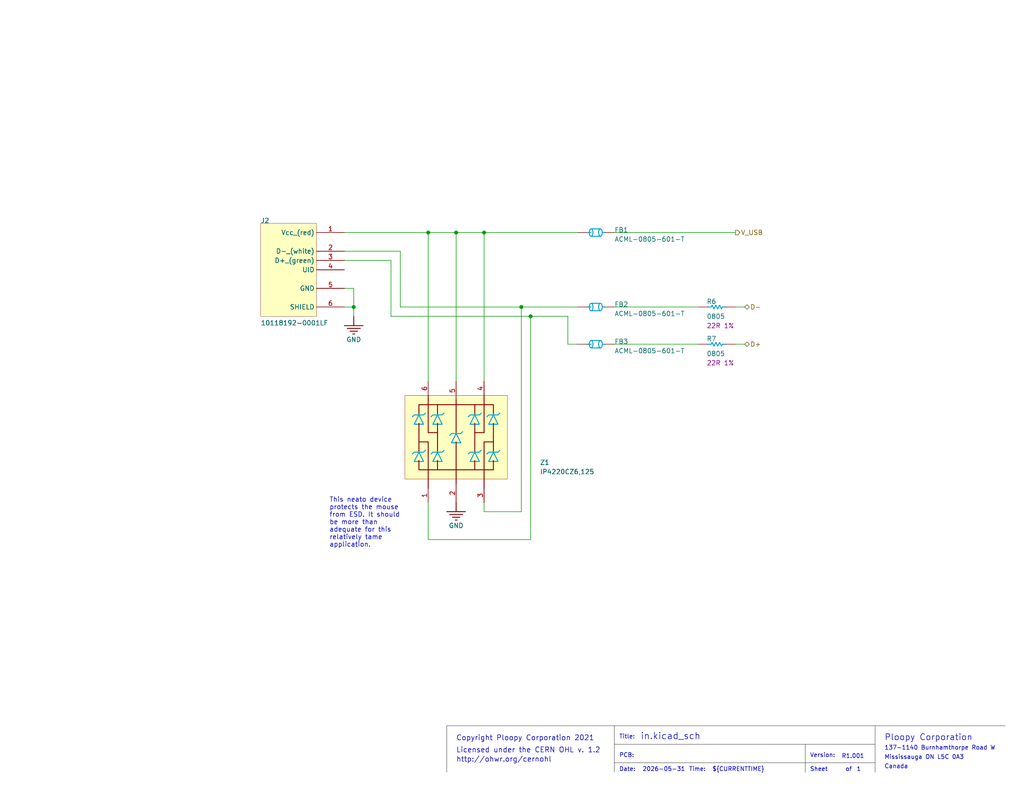
<source format=kicad_sch>
(kicad_sch (version 20231120) (generator "eeschema") (generator_version "8.0")
  (paper "USLetter")
  (title_block (rev "R1.001") (company "Ploopy Corporation"))
  (lib_symbols
    (symbol "MiniBall-altium-import:GND_POWER_GROUND" (power)
      (property "Reference" "#PWR" (at 0 0 0))
      (property "Value" "GND" (at 0 6.35 0))
      (symbol "GND_POWER_GROUND_0_0"
        (polyline (pts (xy -2.54 -2.54) (xy 2.54 -2.54)) (stroke (width 0.254)))
        (polyline (pts (xy -1.778 -3.302) (xy 1.778 -3.302)) (stroke (width 0.254)))
        (polyline (pts (xy -1.016 -4.064) (xy 1.016 -4.064)) (stroke (width 0.254)))
        (polyline (pts (xy -0.254 -4.826) (xy 0.254 -4.826)) (stroke (width 0.254)))
        (polyline (pts (xy 0 0) (xy 0 -2.54)) (stroke (width 0.254)))
        (pin power_in line (at 0 0 0) (length 0) hide (name "GND") (number ""))
      )
    )
    (symbol "MiniBall-altium-import:USB_0_ACML-0805-601-T"
      (symbol "USB_0_ACML-0805-601-T_1_0"
        (polyline (pts (xy 0 -2.54) (xy 1.27 -2.54)) (stroke (width 0.254) (color 0 156 202 1)))
        (polyline (pts (xy 1.27 -1.524) (xy 3.81 -1.524)) (stroke (width 0.254) (color 0 156 202 1)))
        (polyline (pts (xy 3.81 -3.556) (xy 1.27 -3.556)) (stroke (width 0.254) (color 0 156 202 1)))
        (polyline (pts (xy 4.318 -2.54) (xy 5.08 -2.54)) (stroke (width 0.254) (color 0 156 202 1)))
        (bezier (pts (xy 0.762 -2.54) (xy 0.762 -3.1012) (xy 0.9894 -3.556) (xy 1.27 -3.556)) (stroke (width 0.254) (color 0 156 202 1)))
        (bezier (pts (xy 1.27 -3.556) (xy 1.5505 -3.556) (xy 1.778 -3.1012) (xy 1.778 -2.54)) (stroke (width 0.254) (color 0 156 202 1)))
        (bezier (pts (xy 1.27 -1.524) (xy 0.9894 -1.524) (xy 0.762 -1.9789) (xy 0.762 -2.54)) (stroke (width 0.254) (color 0 156 202 1)))
        (bezier (pts (xy 1.778 -2.54) (xy 1.778 -1.9789) (xy 1.5505 -1.524) (xy 1.27 -1.524)) (stroke (width 0.254) (color 0 156 202 1)))
        (bezier (pts (xy 3.302 -2.54) (xy 3.302 -3.1012) (xy 3.5294 -3.556) (xy 3.81 -3.556)) (stroke (width 0.254) (color 0 156 202 1)))
        (bezier (pts (xy 3.81 -3.556) (xy 4.0905 -3.556) (xy 4.318 -3.1012) (xy 4.318 -2.54)) (stroke (width 0.254) (color 0 156 202 1)))
        (bezier (pts (xy 3.81 -1.524) (xy 3.5294 -1.524) (xy 3.302 -1.9789) (xy 3.302 -2.54)) (stroke (width 0.254) (color 0 156 202 1)))
        (bezier (pts (xy 4.318 -2.54) (xy 4.318 -1.9789) (xy 4.0905 -1.524) (xy 3.81 -1.524)) (stroke (width 0.254) (color 0 156 202 1)))
        (pin passive line (at -2.54 -2.54 0) (length 2.54) (name "1") (number "1"))
        (pin passive line (at 7.62 -2.54 180) (length 2.54) (name "2") (number "2"))
      )
    )
    (symbol "MiniBall-altium-import:USB_0_IP4220CZ6,125"
      (symbol "USB_0_IP4220CZ6,125_1_0"
        (polyline (pts (xy -11.43 -6.604) (xy -10.16 -4.064)) (stroke (width 0.254) (color 0 156 202 1)))
        (polyline (pts (xy -11.43 3.556) (xy -10.16 6.096)) (stroke (width 0.254) (color 0 156 202 1)))
        (polyline (pts (xy -10.16 3.81) (xy -10.16 -3.81)) (stroke (width 0.254)))
        (polyline (pts (xy -10.16 8.89) (xy -10.16 6.35)) (stroke (width 0.254)))
        (polyline (pts (xy -10.16 8.89) (xy 10.16 8.89)) (stroke (width 0.254)))
        (polyline (pts (xy -6.35 -6.604) (xy -5.08 -4.064)) (stroke (width 0.254) (color 0 156 202 1)))
        (polyline (pts (xy -6.35 3.556) (xy -5.08 6.096)) (stroke (width 0.254) (color 0 156 202 1)))
        (polyline (pts (xy -5.08 -8.89) (xy -5.08 -6.35)) (stroke (width 0.254)))
        (polyline (pts (xy -5.08 -3.81) (xy -5.08 3.81)) (stroke (width 0.254)))
        (polyline (pts (xy -5.08 6.35) (xy -5.08 8.89)) (stroke (width 0.254)))
        (polyline (pts (xy -1.27 -1.524) (xy 0 1.016)) (stroke (width 0.254) (color 0 156 202 1)))
        (polyline (pts (xy 0 -12.7) (xy 0 -1.27)) (stroke (width 0.254)))
        (polyline (pts (xy 0 1.27) (xy 0 10.16)) (stroke (width 0.254)))
        (polyline (pts (xy 3.81 -6.604) (xy 5.08 -4.064)) (stroke (width 0.254) (color 0 156 202 1)))
        (polyline (pts (xy 3.81 3.556) (xy 5.08 6.096)) (stroke (width 0.254) (color 0 156 202 1)))
        (polyline (pts (xy 5.08 -6.35) (xy 5.08 -8.89)) (stroke (width 0.254)))
        (polyline (pts (xy 5.08 -3.81) (xy 5.08 3.81)) (stroke (width 0.254)))
        (polyline (pts (xy 5.08 6.35) (xy 5.08 8.89)) (stroke (width 0.254)))
        (polyline (pts (xy 7.62 1.27) (xy 5.08 1.27)) (stroke (width 0.254)))
        (polyline (pts (xy 7.62 11.43) (xy 7.62 1.27)) (stroke (width 0.254)))
        (polyline (pts (xy 8.89 -6.604) (xy 10.16 -4.064)) (stroke (width 0.254) (color 0 156 202 1)))
        (polyline (pts (xy 8.89 3.556) (xy 10.16 6.096)) (stroke (width 0.254) (color 0 156 202 1)))
        (polyline (pts (xy 10.16 -6.35) (xy 10.16 -8.89)) (stroke (width 0.254)))
        (polyline (pts (xy 10.16 3.81) (xy 10.16 -3.81)) (stroke (width 0.254)))
        (polyline (pts (xy 10.16 6.35) (xy 10.16 8.89)) (stroke (width 0.254)))
        (polyline (pts (xy -11.43 -6.604) (xy -8.89 -6.604) (xy -10.16 -4.064)) (stroke (width 0.254) (color 0 156 202 1)))
        (polyline (pts (xy -11.43 3.556) (xy -8.89 3.556) (xy -10.16 6.096)) (stroke (width 0.254) (color 0 156 202 1)))
        (polyline (pts (xy -10.16 -6.35) (xy -10.16 -8.89) (xy 10.16 -8.89)) (stroke (width 0.254)))
        (polyline (pts (xy -10.16 -1.27) (xy -7.62 -1.27) (xy -7.62 -13.97)) (stroke (width 0.254)))
        (polyline (pts (xy -7.62 11.43) (xy -7.62 1.27) (xy -5.08 1.27)) (stroke (width 0.254)))
        (polyline (pts (xy -6.35 -6.604) (xy -3.81 -6.604) (xy -5.08 -4.064)) (stroke (width 0.254) (color 0 156 202 1)))
        (polyline (pts (xy -6.35 3.556) (xy -3.81 3.556) (xy -5.08 6.096)) (stroke (width 0.254) (color 0 156 202 1)))
        (polyline (pts (xy -1.27 -1.524) (xy 1.27 -1.524) (xy 0 1.016)) (stroke (width 0.254) (color 0 156 202 1)))
        (polyline (pts (xy 3.81 -6.604) (xy 6.35 -6.604) (xy 5.08 -4.064)) (stroke (width 0.254) (color 0 156 202 1)))
        (polyline (pts (xy 3.81 3.556) (xy 6.35 3.556) (xy 5.08 6.096)) (stroke (width 0.254) (color 0 156 202 1)))
        (polyline (pts (xy 8.89 -6.604) (xy 11.43 -6.604) (xy 10.16 -4.064)) (stroke (width 0.254) (color 0 156 202 1)))
        (polyline (pts (xy 8.89 3.556) (xy 11.43 3.556) (xy 10.16 6.096)) (stroke (width 0.254) (color 0 156 202 1)))
        (polyline (pts (xy 10.16 -1.27) (xy 7.62 -1.27) (xy 7.62 -13.97)) (stroke (width 0.254)))
        (polyline (pts (xy -8.382 -3.556) (xy -8.89 -4.064) (xy -11.43 -4.064) (xy -11.938 -4.572)) (stroke (width 0.254) (color 0 156 202 1)))
        (polyline (pts (xy -8.382 6.604) (xy -8.89 6.096) (xy -11.43 6.096) (xy -11.938 5.588)) (stroke (width 0.254) (color 0 156 202 1)))
        (polyline (pts (xy -3.302 -3.556) (xy -3.81 -4.064) (xy -6.35 -4.064) (xy -6.858 -4.572)) (stroke (width 0.254) (color 0 156 202 1)))
        (polyline (pts (xy -3.302 6.604) (xy -3.81 6.096) (xy -6.35 6.096) (xy -6.858 5.588)) (stroke (width 0.254) (color 0 156 202 1)))
        (polyline (pts (xy 1.778 1.524) (xy 1.27 1.016) (xy -1.27 1.016) (xy -1.778 0.508)) (stroke (width 0.254) (color 0 156 202 1)))
        (polyline (pts (xy 6.858 -3.556) (xy 6.35 -4.064) (xy 3.81 -4.064) (xy 3.302 -4.572)) (stroke (width 0.254) (color 0 156 202 1)))
        (polyline (pts (xy 6.858 6.604) (xy 6.35 6.096) (xy 3.81 6.096) (xy 3.302 5.588)) (stroke (width 0.254) (color 0 156 202 1)))
        (polyline (pts (xy 11.938 -3.556) (xy 11.43 -4.064) (xy 8.89 -4.064) (xy 8.382 -4.572)) (stroke (width 0.254) (color 0 156 202 1)))
        (polyline (pts (xy 11.938 6.604) (xy 11.43 6.096) (xy 8.89 6.096) (xy 8.382 5.588)) (stroke (width 0.254) (color 0 156 202 1)))
        (rectangle (start 13.97 11.43) (end -13.97 -11.43) (stroke (width 0.0254) (color 128 0 0 1)) (fill (type background)))
        (pin passive line (at -7.62 -17.78 90) (length 3.81) (name "1") (number "1"))
        (pin passive line (at 0 -17.78 90) (length 5.08) (name "2") (number "2"))
        (pin passive line (at 7.62 -17.78 90) (length 3.81) (name "3") (number "3"))
        (pin passive line (at 7.62 15.24 270) (length 3.81) (name "4") (number "4"))
        (pin passive line (at 0 15.24 270) (length 5.08) (name "5") (number "5"))
        (pin passive line (at -7.62 15.24 270) (length 3.81) (name "6") (number "6"))
      )
    )
    (symbol "MiniBall-altium-import:USB_0_Res 22R 1% 0805"
      (symbol "USB_0_Res 22R 1% 0805_1_0"
        (polyline (pts (xy 0 -2.54) (xy 1.016 -2.54)) (stroke (width 0.254) (color 0 156 202 1)))
        (polyline (pts (xy 4.064 -2.54) (xy 5.08 -2.54)) (stroke (width 0.254) (color 0 156 202 1)))
        (polyline (pts (xy 1.016 -2.54) (xy 1.27 -2.032) (xy 1.778 -3.048) (xy 2.286 -2.032) (xy 2.794 -3.048) (xy 3.302 -2.032) (xy 3.81 -3.048) (xy 4.064 -2.54)) (stroke (width 0.254) (color 0 156 202 1)))
        (pin passive line (at -2.54 -2.54 0) (length 2.54) (name "1") (number "1"))
        (pin passive line (at 7.62 -2.54 180) (length 2.54) (name "2") (number "2"))
      )
    )
    (symbol "MiniBall-altium-import:USB_0_mirrored_10118192-0001LF"
      (symbol "USB_0_mirrored_10118192-0001LF_1_0"
        (rectangle (start 5.08 12.7) (end -10.16 -12.7) (stroke (width 0.0254) (color 128 0 0 1)) (fill (type background)))
        (pin passive line (at 12.7 10.16 180) (length 7.62) (name "Vcc_(red)") (number "1"))
        (pin passive line (at 12.7 5.08 180) (length 7.62) (name "D-_(white)") (number "2"))
        (pin passive line (at 12.7 2.54 180) (length 7.62) (name "D+_(green)") (number "3"))
        (pin passive line (at 12.7 0 180) (length 7.62) (name "UID") (number "4"))
        (pin passive line (at 12.7 -5.08 180) (length 7.62) (name "GND") (number "5"))
        (pin passive line (at 12.7 -10.16 180) (length 7.62) (name "SHIELD") (number "6"))
      )
    )
  )
  (junction (at 116.84 63.5))
  (junction (at 124.46 63.5))
  (junction (at 144.78 86.36))
  (junction (at 96.52 83.82))
  (junction (at 142.24 83.82))
  (junction (at 132.08 63.5))
  (wire (pts (xy 144.78 147.32) (xy 116.84 147.32)))
  (wire (pts (xy 142.24 83.82) (xy 142.24 139.7)))
  (wire (pts (xy 124.46 63.5) (xy 132.08 63.5)))
  (wire (pts (xy 144.78 86.36) (xy 154.94 86.36)))
  (wire (pts (xy 144.78 86.36) (xy 144.78 147.32)))
  (wire (pts (xy 200.66 93.98) (xy 203.2 93.98)))
  (wire (pts (xy 116.84 147.32) (xy 116.84 137.16)))
  (polyline (pts (xy 167.64 198.12) (xy 121.92 198.12)) (stroke (width 0.0254) (type solid) (color 0 0 0 1)))
  (wire (pts (xy 116.84 104.14) (xy 116.84 63.5)))
  (polyline (pts (xy 274.32 198.12) (xy 167.64 198.12)) (stroke (width 0.0254) (type solid) (color 0 0 0 1)))
  (wire (pts (xy 93.98 71.12) (xy 106.68 71.12)))
  (wire (pts (xy 167.64 93.98) (xy 190.5 93.98)))
  (polyline (pts (xy 167.64 208.28) (xy 238.76 208.28)) (stroke (width 0.0254) (type solid) (color 0 0 0 1)))
  (polyline (pts (xy 121.92 198.12) (xy 121.92 210.82)) (stroke (width 0.0254) (type solid) (color 0 0 0 1)))
  (wire (pts (xy 93.98 63.5) (xy 116.84 63.5)))
  (polyline (pts (xy 167.64 198.12) (xy 167.64 210.82)) (stroke (width 0.0254) (type solid) (color 0 0 0 1)))
  (polyline (pts (xy 167.64 203.2) (xy 238.76 203.2)) (stroke (width 0.0254) (type solid) (color 0 0 0 1)))
  (wire (pts (xy 116.84 63.5) (xy 124.46 63.5)))
  (wire (pts (xy 203.2 83.82) (xy 200.66 83.82)))
  (wire (pts (xy 142.24 139.7) (xy 132.08 139.7)))
  (wire (pts (xy 157.48 83.82) (xy 142.24 83.82)))
  (wire (pts (xy 109.22 68.58) (xy 93.98 68.58)))
  (wire (pts (xy 154.94 86.36) (xy 154.94 93.98)))
  (wire (pts (xy 167.64 63.5) (xy 200.66 63.5)))
  (wire (pts (xy 93.98 83.82) (xy 96.52 83.82)))
  (wire (pts (xy 132.08 139.7) (xy 132.08 137.16)))
  (wire (pts (xy 124.46 104.14) (xy 124.46 63.5)))
  (wire (pts (xy 96.52 78.74) (xy 96.52 83.82)))
  (wire (pts (xy 142.24 83.82) (xy 109.22 83.82)))
  (wire (pts (xy 167.64 83.82) (xy 190.5 83.82)))
  (wire (pts (xy 106.68 86.36) (xy 144.78 86.36)))
  (wire (pts (xy 132.08 104.14) (xy 132.08 63.5)))
  (wire (pts (xy 106.68 71.12) (xy 106.68 86.36)))
  (wire (pts (xy 96.52 83.82) (xy 96.52 86.36)))
  (polyline (pts (xy 219.71 203.2) (xy 219.71 210.82)) (stroke (width 0.0254) (type solid) (color 0 0 0 1)))
  (wire (pts (xy 93.98 78.74) (xy 96.52 78.74)))
  (wire (pts (xy 154.94 93.98) (xy 157.48 93.98)))
  (polyline (pts (xy 238.76 198.12) (xy 238.76 210.82)) (stroke (width 0.0254) (type solid) (color 0 0 0 1)))
  (wire (pts (xy 132.08 63.5) (xy 157.48 63.5)))
  (wire (pts (xy 109.22 83.82) (xy 109.22 68.58)))
  (text_box "This neato device protects the mouse from ESD. It should be more than adequate for this relatively tame application." (at 111.76 134.62 0) (size -22.86 22.86) (stroke (width -0.0001) (color 0 0 0 1)) (fill (type color) (color 255 255 255 1)) (effects (font (size 1.27 1.27)) (justify left top)))
  (text "${##}" (at 233.68 210.82 0) (effects (font (size 1.143 1.143)) (justify left bottom)))
  (text "${REVISION}" (at 229.616 207.264 0) (effects (font (size 1.143 1.143)) (justify left bottom)))
  (text "Canada" (at 241.3 210.058 0) (effects (font (size 1.143 1.143)) (justify left bottom)))
  (text "PCB:" (at 168.91 207.01 0) (effects (font (size 1.143 1.143)) (justify left bottom)))
  (text "${PROJECTNAME}" (at 174.752 207.264 0) (effects (font (size 1.651 1.651)) (justify left bottom)))
  (text "Version:" (at 220.98 207.01 0) (effects (font (size 1.143 1.143)) (justify left bottom)))
  (text "Copyright Ploopy Corporation 2021" (at 124.46 202.438 0) (effects (font (size 1.397 1.397)) (justify left bottom)))
  (text "Ploopy Corporation" (at 241.3 202.438 0) (effects (font (size 1.651 1.651)) (justify left bottom)))
  (text "${CURRENTTIME}" (at 194.31 210.82 0) (effects (font (size 1.143 1.143)) (justify left bottom)))
  (text "137-1140 Burnhamthorpe Road W" (at 241.3 204.978 0) (effects (font (size 1.143 1.143)) (justify left bottom)))
  (text "Mississauga ON L5C 0A3" (at 241.3 207.518 0) (effects (font (size 1.143 1.143)) (justify left bottom)))
  (text "http://ohwr.org/cernohl" (at 124.46 208.28 0) (effects (font (size 1.397 1.397)) (justify left bottom)))
  (text "Licensed under the CERN OHL v. 1.2" (at 124.46 205.74 0) (effects (font (size 1.397 1.397)) (justify left bottom)))
  (text "Date:" (at 168.91 210.82 0) (effects (font (size 1.143 1.143)) (justify left bottom)))
  (text "${CURRENT_DATE}" (at 175.26 210.82 0) (effects (font (size 1.143 1.143)) (justify left bottom)))
  (text "of" (at 230.632 210.82 0) (effects (font (size 1.143 1.143)) (justify left bottom)))
  (text "Title:" (at 168.91 201.93 0) (effects (font (size 1.143 1.143)) (justify left bottom)))
  (text "Time:" (at 187.96 210.82 0) (effects (font (size 1.143 1.143)) (justify left bottom)))
  (text "${FILENAME}" (at 174.752 202.184 0) (effects (font (size 1.778 1.778)) (justify left bottom)))
  (text "Sheet" (at 220.98 210.82 0) (effects (font (size 1.143 1.143)) (justify left bottom)))
  (text "${#}" (at 226.822 210.82 0) (effects (font (size 1.143 1.143)) (justify left bottom)))
  (hierarchical_label "D-" (shape bidirectional) (at 203.2 83.82 0))
  (hierarchical_label "D+" (shape bidirectional) (at 203.2 93.98 0))
  (hierarchical_label "V_USB" (shape output) (at 200.66 63.5 0))
  (symbol (lib_id "MiniBall-altium-import:USB_0_IP4220CZ6,125") (at 124.46 119.38 0) (unit 1)
    (property "Reference" "Z1" (at 147.32 127 0) (effects (justify left bottom)))
    (property "Value" "IP4220CZ6,125" (at 147.32 129.54 0) (effects (justify left bottom)))
    (property "Footprint" "PESD3V3S4UD - SOT95P275X110-6N" (effects (hide yes)))
    (property "Description" "TVS DIODE 5.5V 6TSOP (Low capacitance, USB)" (effects (hide yes)))
    (property "SUPPLIER 1" "Digi-Key" (effects (hide yes)))
    (property "SUPPLIER 2" "Mouser" (effects (hide yes)))
    (property "SUPPLIER 3" "Arrow" (effects (hide yes)))
    (property "SUPPLIER PART NUMBER 1" "1727-3578-1-ND" (effects (hide yes)))
    (property "SUPPLIER PART NUMBER 2" "771-IP4220CZ6-T/R" (effects (hide yes)))
    (property "SUPPLIER PART NUMBER 3" "IP4220CZ6,125" (effects (hide yes)))
  )
  (symbol (lib_id "MiniBall-altium-import:GND_POWER_GROUND") (at 124.46 137.16 0) (unit 1)
    (property "Reference" "#PWR?" (effects (hide yes)))
    (property "Value" "GND" (at 124.46 143.51 0))
  )
  (symbol (lib_id "MiniBall-altium-import:USB_0_Res 22R 1% 0805") (at 193.04 91.44 0) (unit 1)
    (property "Reference" "R7" (at 192.786 93.218 0) (effects (justify left bottom)))
    (property "Value" "0805" (at 192.786 97.282 0) (effects (justify left bottom)))
    (property "Footprint" "0805" (effects (hide yes)))
    (property "Description" "Chip resistor" (effects (hide yes)))
    (property "SUPPLIER 1" "Digi-Key" (effects (hide yes)))
    (property "SUPPLIER 2" "Arrow" (effects (hide yes)))
    (property "SUPPLIER PART NUMBER 1" "RMCF0805FT22R0CT-ND" (effects (hide yes)))
    (property "SUPPLIER PART NUMBER 2" "RMCF0805FT22R0" (effects (hide yes)))
    (property "ALTIUM_VALUE" "22R 1%" (at 192.786 99.822 0) (effects (justify left bottom)))
  )
  (symbol (lib_id "MiniBall-altium-import:GND_POWER_GROUND") (at 96.52 86.36 0) (unit 1)
    (property "Reference" "#PWR?" (effects (hide yes)))
    (property "Value" "GND" (at 96.52 92.71 0))
  )
  (symbol (lib_id "MiniBall-altium-import:USB_0_ACML-0805-601-T") (at 160.02 81.28 0) (unit 1)
    (property "Reference" "FB2" (at 167.64 83.82 0) (effects (justify left bottom)))
    (property "Value" "ACML-0805-601-T" (at 167.64 86.36 0) (effects (justify left bottom)))
    (property "Footprint" "0805" (effects (hide yes)))
    (property "Description" "FERRITE BEAD 600 OHM 0805 1LN" (effects (hide yes)))
    (property "SUPPLIER 1" "Digi-Key" (effects (hide yes)))
    (property "SUPPLIER PART NUMBER 1" "535-12556-1-ND" (effects (hide yes)))
    (property "ALTIUM_VALUE" "Ferrite Bead 600R" (effects (hide yes)))
  )
  (symbol (lib_id "MiniBall-altium-import:USB_0_ACML-0805-601-T") (at 160.02 91.44 0) (unit 1)
    (property "Reference" "FB3" (at 167.64 93.98 0) (effects (justify left bottom)))
    (property "Value" "ACML-0805-601-T" (at 167.64 96.52 0) (effects (justify left bottom)))
    (property "Footprint" "0805" (effects (hide yes)))
    (property "Description" "FERRITE BEAD 600 OHM 0805 1LN" (effects (hide yes)))
    (property "SUPPLIER 1" "Digi-Key" (effects (hide yes)))
    (property "SUPPLIER PART NUMBER 1" "535-12556-1-ND" (effects (hide yes)))
    (property "ALTIUM_VALUE" "Ferrite Bead 600R" (effects (hide yes)))
  )
  (symbol (lib_id "MiniBall-altium-import:USB_0_ACML-0805-601-T") (at 160.02 60.96 0) (unit 1)
    (property "Reference" "FB1" (at 167.64 63.5 0) (effects (justify left bottom)))
    (property "Value" "ACML-0805-601-T" (at 167.64 66.04 0) (effects (justify left bottom)))
    (property "Footprint" "0805" (effects (hide yes)))
    (property "Description" "FERRITE BEAD 600 OHM 0805 1LN" (effects (hide yes)))
    (property "SUPPLIER 1" "Digi-Key" (effects (hide yes)))
    (property "SUPPLIER PART NUMBER 1" "535-12556-1-ND" (effects (hide yes)))
    (property "ALTIUM_VALUE" "Ferrite Bead 600R" (effects (hide yes)))
  )
  (symbol (lib_id "MiniBall-altium-import:USB_0_mirrored_10118192-0001LF") (at 81.28 73.66 0) (unit 1)
    (property "Reference" "J2" (at 71.12 60.96 0) (effects (justify left bottom)))
    (property "Value" "10118192-0001LF" (at 71.12 88.9 0) (effects (justify left bottom)))
    (property "Footprint" "10118192-0001LF" (effects (hide yes)))
    (property "Description" "CONN RCPT USB2.0 MICRO B SMD R/A" (effects (hide yes)))
  )
  (symbol (lib_id "MiniBall-altium-import:USB_0_Res 22R 1% 0805") (at 193.04 81.28 0) (unit 1)
    (property "Reference" "R6" (at 192.786 83.058 0) (effects (justify left bottom)))
    (property "Value" "0805" (at 192.786 87.122 0) (effects (justify left bottom)))
    (property "Footprint" "0805" (effects (hide yes)))
    (property "Description" "Chip resistor" (effects (hide yes)))
    (property "SUPPLIER 1" "Digi-Key" (effects (hide yes)))
    (property "SUPPLIER 2" "Arrow" (effects (hide yes)))
    (property "SUPPLIER PART NUMBER 1" "RMCF0805FT22R0CT-ND" (effects (hide yes)))
    (property "SUPPLIER PART NUMBER 2" "RMCF0805FT22R0" (effects (hide yes)))
    (property "ALTIUM_VALUE" "22R 1%" (at 192.786 89.662 0) (effects (justify left bottom)))
  )
)
</source>
